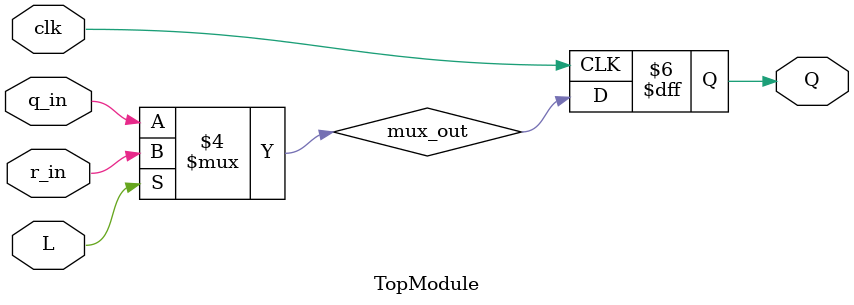
<source format=sv>
module TopModule (
    input logic clk,            // Clock input for sequential logic
    input logic L,              // Load enable signal
    input logic q_in,           // Data input for the flip-flop
    input logic r_in,           // Input to multiplexer from 'r'
    output logic Q              // Output from the flip-flop
);

    logic mux_out;

    // Multiplexer logic
    always @(*) begin
        if (L) 
            mux_out = r_in;
        else 
            mux_out = q_in;
    end

    // Flip-flop logic
    always_ff @(posedge clk) begin
        Q <= mux_out;
    end

endmodule
</source>
